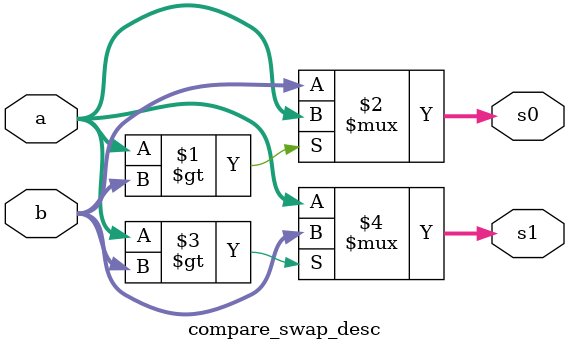
<source format=v>
`timescale 1ns / 1ps


module compare_swap_desc (
    input  signed [15:0] a,
    input  signed [15:0] b,
    output signed [15:0] s0, // max
    output signed [15:0] s1  // min
);
    assign s0 = (a > b) ? a : b;
    assign s1 = (a > b) ? b : a;
endmodule

</source>
